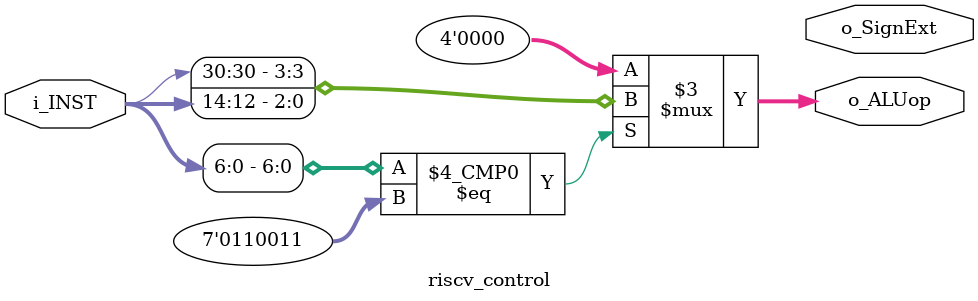
<source format=v>
module riscv_control(i_INST, o_ALUop, o_SignExt);
	parameter BUS_WIDTH = 32;

	input [BUS_WIDTH-1:0] i_INST;

	output [3:0] o_ALUop;
	output o_SignExt;

	always @*
    begin
			case(i_INST[6:0])
				7'b0110011:
					begin
						o_ALUop = {i_INST[30],i_INST[14:12]};
					end
				default:
					begin
						o_ALUop = 4'b0;
					end
			endcase
		end
endmodule

</source>
